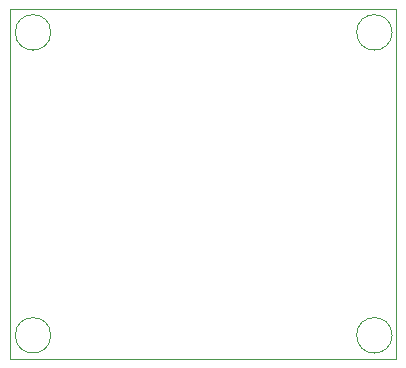
<source format=gm1>
G04 #@! TF.GenerationSoftware,KiCad,Pcbnew,9.0.1*
G04 #@! TF.CreationDate,2025-08-18T15:29:20+05:00*
G04 #@! TF.ProjectId,servo_tester,73657276-6f5f-4746-9573-7465722e6b69,rev?*
G04 #@! TF.SameCoordinates,Original*
G04 #@! TF.FileFunction,Profile,NP*
%FSLAX46Y46*%
G04 Gerber Fmt 4.6, Leading zero omitted, Abs format (unit mm)*
G04 Created by KiCad (PCBNEW 9.0.1) date 2025-08-18 15:29:20*
%MOMM*%
%LPD*%
G01*
G04 APERTURE LIST*
G04 #@! TA.AperFunction,Profile*
%ADD10C,0.050000*%
G04 #@! TD*
G04 APERTURE END LIST*
D10*
X130900000Y-76300000D02*
X163600000Y-76300000D01*
X163600000Y-105900000D01*
X130900000Y-105900000D01*
X130900000Y-76300000D01*
X134350000Y-78250000D02*
G75*
G02*
X131350000Y-78250000I-1500000J0D01*
G01*
X131350000Y-78250000D02*
G75*
G02*
X134350000Y-78250000I1500000J0D01*
G01*
X134350000Y-103900000D02*
G75*
G02*
X131350000Y-103900000I-1500000J0D01*
G01*
X131350000Y-103900000D02*
G75*
G02*
X134350000Y-103900000I1500000J0D01*
G01*
X163250000Y-103900000D02*
G75*
G02*
X160250000Y-103900000I-1500000J0D01*
G01*
X160250000Y-103900000D02*
G75*
G02*
X163250000Y-103900000I1500000J0D01*
G01*
X163250000Y-78250000D02*
G75*
G02*
X160250000Y-78250000I-1500000J0D01*
G01*
X160250000Y-78250000D02*
G75*
G02*
X163250000Y-78250000I1500000J0D01*
G01*
M02*

</source>
